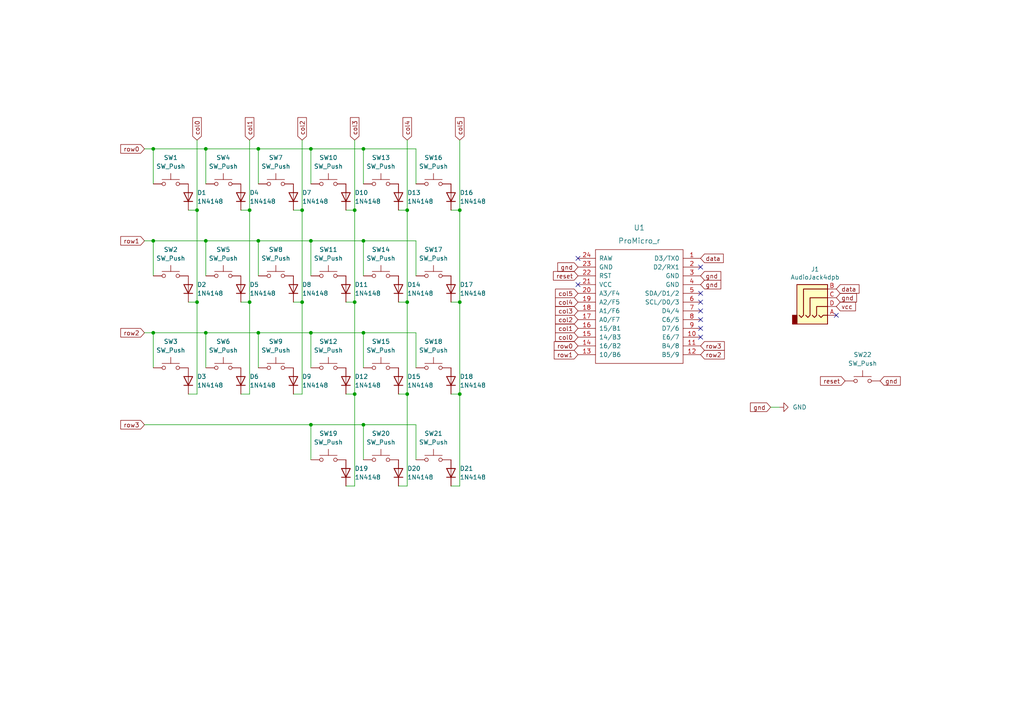
<source format=kicad_sch>
(kicad_sch (version 20211123) (generator eeschema)
  (paper "A4")
  (lib_symbols
    (symbol "Diode:1N4148" (pin_numbers hide) (pin_names (offset 1.016) hide)
      (property "Reference" "D" (at 0 2.54 0))
      (property "Value" "1N4148" (at 0 -2.54 0))
      (symbol "1N4148_0_1"
        (polyline (pts (xy -1.27 1.27) (xy -1.27 -1.27)) (stroke (width 0.254)))
        (polyline (pts (xy 1.27 0) (xy -1.27 0)))
        (polyline (pts (xy 1.27 1.27) (xy 1.27 -1.27) (xy -1.27 0) (xy 1.27 1.27)) (stroke (width 0.254)))
      )
      (symbol "1N4148_1_1"
        (pin passive line (at -3.81 0 0) (length 2.54) (name "K") (number "1"))
        (pin passive line (at 3.81 0 180) (length 2.54) (name "A") (number "2"))
      )
    )
    (symbol "Switch:SW_Push" (pin_numbers hide) (pin_names (offset 1.016) hide)
      (property "Reference" "SW" (at 1.27 2.54 0))
      (property "Value" "SW_Push" (at 0 -1.524 0))
      (symbol "SW_Push_0_1"
        (circle (center -2.032 0) (radius 0.508))
        (polyline (pts (xy 0 1.27) (xy 0 3.048)))
        (polyline (pts (xy 2.54 1.27) (xy -2.54 1.27)))
        (circle (center 2.032 0) (radius 0.508))
        (pin passive line (at -5.08 0 0) (length 2.54) (name "1") (number "1"))
        (pin passive line (at 5.08 0 180) (length 2.54) (name "2") (number "2"))
      )
    )
    (symbol "kbd:ProMicro_r" (pin_names (offset 1.016))
      (property "Reference" "U" (at 1.27 22.86 0))
      (property "Value" "ProMicro_r" (at 1.27 -15.24 0))
      (symbol "ProMicro_r_0_1"
        (rectangle (start 13.97 20.32) (end -11.43 -12.7))
      )
      (symbol "ProMicro_r_1_1"
        (pin bidirectional line (at 19.05 17.78 180) (length 5.08) (name "D3/TX0") (number "1"))
        (pin bidirectional line (at 19.05 -5.08 180) (length 5.08) (name "E6/7") (number "10"))
        (pin bidirectional line (at 19.05 -7.62 180) (length 5.08) (name "B4/8") (number "11"))
        (pin bidirectional line (at 19.05 -10.16 180) (length 5.08) (name "B5/9") (number "12"))
        (pin bidirectional line (at -16.51 -10.16 0) (length 5.08) (name "10/B6") (number "13"))
        (pin bidirectional line (at -16.51 -7.62 0) (length 5.08) (name "16/B2") (number "14"))
        (pin bidirectional line (at -16.51 -5.08 0) (length 5.08) (name "14/B3") (number "15"))
        (pin bidirectional line (at -16.51 -2.54 0) (length 5.08) (name "15/B1") (number "16"))
        (pin bidirectional line (at -16.51 0 0) (length 5.08) (name "A0/F7") (number "17"))
        (pin bidirectional line (at -16.51 2.54 0) (length 5.08) (name "A1/F6") (number "18"))
        (pin bidirectional line (at -16.51 5.08 0) (length 5.08) (name "A2/F5") (number "19"))
        (pin bidirectional line (at 19.05 15.24 180) (length 5.08) (name "D2/RX1") (number "2"))
        (pin bidirectional line (at -16.51 7.62 0) (length 5.08) (name "A3/F4") (number "20"))
        (pin power_in line (at -16.51 10.16 0) (length 5.08) (name "VCC") (number "21"))
        (pin input line (at -16.51 12.7 0) (length 5.08) (name "RST") (number "22"))
        (pin power_in line (at -16.51 15.24 0) (length 5.08) (name "GND") (number "23"))
        (pin power_out line (at -16.51 17.78 0) (length 5.08) (name "RAW") (number "24"))
        (pin power_in line (at 19.05 12.7 180) (length 5.08) (name "GND") (number "3"))
        (pin power_in line (at 19.05 10.16 180) (length 5.08) (name "GND") (number "4"))
        (pin bidirectional line (at 19.05 7.62 180) (length 5.08) (name "SDA/D1/2") (number "5"))
        (pin bidirectional line (at 19.05 5.08 180) (length 5.08) (name "SCL/D0/3") (number "6"))
        (pin bidirectional line (at 19.05 2.54 180) (length 5.08) (name "D4/4") (number "7"))
        (pin bidirectional line (at 19.05 0 180) (length 5.08) (name "C6/5") (number "8"))
        (pin bidirectional line (at 19.05 -2.54 180) (length 5.08) (name "D7/6") (number "9"))
      )
    )
    (symbol "power:GND" (power) (pin_names (offset 0))
      (property "Value" "GND" (at 0 -3.81 0))
      (symbol "GND_0_1"
        (polyline (pts (xy 0 0) (xy 0 -1.27) (xy 1.27 -1.27) (xy 0 -2.54) (xy -1.27 -1.27) (xy 0 -1.27)))
      )
      (symbol "GND_1_1"
        (pin power_in line (at 0 0 270) (length 0) hide (name "GND") (number "1"))
      )
    )
    (symbol "tokas_bp:AudioJack4dpb"
      (property "Reference" "J" (at 0 8.89 0))
      (property "Value" "tokas_bp_AudioJack4dpb" (at 0 6.35 0))
      (symbol "AudioJack4dpb_0_1"
        (rectangle (start -6.35 -5.08) (end -7.62 -7.62) (stroke (width 0.254)) (fill (type outline)))
        (polyline (pts (xy 0 -5.08) (xy 0.635 -5.715) (xy 1.27 -5.08) (xy 2.54 -5.08)) (stroke (width 0.254)))
        (polyline (pts (xy -5.715 -5.08) (xy -5.08 -5.715) (xy -4.445 -5.08) (xy -4.445 2.54) (xy 2.54 2.54)) (stroke (width 0.254)))
        (polyline (pts (xy -1.905 -5.08) (xy -1.27 -5.715) (xy -0.635 -5.08) (xy -0.635 -2.54) (xy 2.54 -2.54)) (stroke (width 0.254)))
        (polyline (pts (xy 2.54 0) (xy -2.54 0) (xy -2.54 -5.08) (xy -3.175 -5.715) (xy -3.81 -5.08)) (stroke (width 0.254)))
        (rectangle (start 2.54 3.81) (end -6.35 -7.62) (stroke (width 0.254)) (fill (type background)))
      )
      (symbol "AudioJack4dpb_1_1"
        (pin passive line (at 5.08 -5.08 180) (length 2.54) (name "~") (number "A"))
        (pin passive line (at 5.08 2.54 180) (length 2.54) (name "~") (number "B"))
        (pin passive line (at 5.08 0 180) (length 2.54) (name "~") (number "C"))
        (pin passive line (at 5.08 -2.54 180) (length 2.54) (name "~") (number "D"))
      )
    )
  )
  (junction (at 72.39 87.63))
  (junction (at 74.93 96.52))
  (junction (at 87.63 87.63))
  (junction (at 74.93 43.18))
  (junction (at 59.69 69.85))
  (junction (at 57.15 60.96))
  (junction (at 118.11 60.96))
  (junction (at 59.69 43.18))
  (junction (at 44.45 96.52))
  (junction (at 118.11 87.63))
  (junction (at 90.17 123.19))
  (junction (at 105.41 69.85))
  (junction (at 105.41 43.18))
  (junction (at 133.35 60.96))
  (junction (at 118.11 114.3))
  (junction (at 87.63 60.96))
  (junction (at 44.45 69.85))
  (junction (at 90.17 43.18))
  (junction (at 44.45 43.18))
  (junction (at 72.39 60.96))
  (junction (at 90.17 96.52))
  (junction (at 59.69 96.52))
  (junction (at 133.35 87.63))
  (junction (at 90.17 69.85))
  (junction (at 102.87 87.63))
  (junction (at 105.41 123.19))
  (junction (at 74.93 69.85))
  (junction (at 105.41 96.52))
  (junction (at 102.87 114.3))
  (junction (at 133.35 114.3))
  (junction (at 102.87 60.96))
  (junction (at 57.15 87.63))
  (no_connect (at 203.2 95.25))
  (no_connect (at 203.2 97.79))
  (no_connect (at 203.2 77.47))
  (no_connect (at 242.57 91.44))
  (no_connect (at 203.2 85.09))
  (no_connect (at 203.2 87.63))
  (no_connect (at 203.2 90.17))
  (no_connect (at 203.2 92.71))
  (no_connect (at 167.64 74.93))
  (no_connect (at 167.64 82.55))
  (wire (pts (xy 74.93 96.52) (xy 90.17 96.52)))
  (wire (pts (xy 90.17 133.35) (xy 90.17 123.19)))
  (wire (pts (xy 87.63 40.64) (xy 87.63 60.96)))
  (wire (pts (xy 41.91 96.52) (xy 44.45 96.52)))
  (wire (pts (xy 120.65 69.85) (xy 120.65 80.01)))
  (wire (pts (xy 59.69 43.18) (xy 74.93 43.18)))
  (wire (pts (xy 102.87 40.64) (xy 102.87 60.96)))
  (wire (pts (xy 74.93 43.18) (xy 90.17 43.18)))
  (wire (pts (xy 120.65 123.19) (xy 120.65 133.35)))
  (wire (pts (xy 85.09 114.3) (xy 87.63 114.3)))
  (wire (pts (xy 41.91 123.19) (xy 90.17 123.19)))
  (wire (pts (xy 133.35 140.97) (xy 130.81 140.97)))
  (wire (pts (xy 72.39 60.96) (xy 72.39 87.63)))
  (wire (pts (xy 118.11 140.97) (xy 115.57 140.97)))
  (wire (pts (xy 102.87 114.3) (xy 102.87 87.63)))
  (wire (pts (xy 102.87 60.96) (xy 100.33 60.96)))
  (wire (pts (xy 100.33 140.97) (xy 102.87 140.97)))
  (wire (pts (xy 44.45 69.85) (xy 59.69 69.85)))
  (wire (pts (xy 118.11 114.3) (xy 118.11 140.97)))
  (wire (pts (xy 57.15 114.3) (xy 57.15 87.63)))
  (wire (pts (xy 90.17 96.52) (xy 105.41 96.52)))
  (wire (pts (xy 57.15 87.63) (xy 57.15 60.96)))
  (wire (pts (xy 115.57 60.96) (xy 118.11 60.96)))
  (wire (pts (xy 87.63 114.3) (xy 87.63 87.63)))
  (wire (pts (xy 44.45 53.34) (xy 44.45 43.18)))
  (wire (pts (xy 69.85 60.96) (xy 72.39 60.96)))
  (wire (pts (xy 59.69 43.18) (xy 59.69 53.34)))
  (wire (pts (xy 90.17 69.85) (xy 105.41 69.85)))
  (wire (pts (xy 87.63 87.63) (xy 87.63 60.96)))
  (wire (pts (xy 120.65 53.34) (xy 120.65 43.18)))
  (wire (pts (xy 118.11 87.63) (xy 118.11 114.3)))
  (wire (pts (xy 57.15 87.63) (xy 54.61 87.63)))
  (wire (pts (xy 59.69 69.85) (xy 74.93 69.85)))
  (wire (pts (xy 102.87 114.3) (xy 100.33 114.3)))
  (wire (pts (xy 118.11 114.3) (xy 115.57 114.3)))
  (wire (pts (xy 74.93 96.52) (xy 74.93 106.68)))
  (wire (pts (xy 118.11 40.64) (xy 118.11 60.96)))
  (wire (pts (xy 44.45 43.18) (xy 59.69 43.18)))
  (wire (pts (xy 90.17 69.85) (xy 90.17 80.01)))
  (wire (pts (xy 44.45 96.52) (xy 59.69 96.52)))
  (wire (pts (xy 102.87 87.63) (xy 100.33 87.63)))
  (wire (pts (xy 90.17 43.18) (xy 105.41 43.18)))
  (wire (pts (xy 41.91 43.18) (xy 44.45 43.18)))
  (wire (pts (xy 120.65 96.52) (xy 105.41 96.52)))
  (wire (pts (xy 90.17 96.52) (xy 90.17 106.68)))
  (wire (pts (xy 87.63 60.96) (xy 85.09 60.96)))
  (wire (pts (xy 105.41 43.18) (xy 105.41 53.34)))
  (wire (pts (xy 133.35 87.63) (xy 130.81 87.63)))
  (wire (pts (xy 90.17 43.18) (xy 90.17 53.34)))
  (wire (pts (xy 72.39 87.63) (xy 72.39 114.3)))
  (wire (pts (xy 74.93 43.18) (xy 74.93 53.34)))
  (wire (pts (xy 72.39 114.3) (xy 69.85 114.3)))
  (wire (pts (xy 133.35 87.63) (xy 133.35 114.3)))
  (wire (pts (xy 59.69 96.52) (xy 74.93 96.52)))
  (wire (pts (xy 59.69 96.52) (xy 59.69 106.68)))
  (wire (pts (xy 133.35 114.3) (xy 133.35 140.97)))
  (wire (pts (xy 120.65 43.18) (xy 105.41 43.18)))
  (wire (pts (xy 59.69 69.85) (xy 59.69 80.01)))
  (wire (pts (xy 118.11 87.63) (xy 115.57 87.63)))
  (wire (pts (xy 44.45 80.01) (xy 44.45 69.85)))
  (wire (pts (xy 133.35 60.96) (xy 133.35 87.63)))
  (wire (pts (xy 105.41 69.85) (xy 105.41 80.01)))
  (wire (pts (xy 87.63 87.63) (xy 85.09 87.63)))
  (wire (pts (xy 223.52 118.11) (xy 226.06 118.11)))
  (wire (pts (xy 72.39 40.64) (xy 72.39 60.96)))
  (wire (pts (xy 118.11 60.96) (xy 118.11 87.63)))
  (wire (pts (xy 44.45 106.68) (xy 44.45 96.52)))
  (wire (pts (xy 74.93 69.85) (xy 74.93 80.01)))
  (wire (pts (xy 102.87 140.97) (xy 102.87 114.3)))
  (wire (pts (xy 102.87 87.63) (xy 102.87 60.96)))
  (wire (pts (xy 105.41 69.85) (xy 120.65 69.85)))
  (wire (pts (xy 133.35 40.64) (xy 133.35 60.96)))
  (wire (pts (xy 105.41 123.19) (xy 120.65 123.19)))
  (wire (pts (xy 133.35 114.3) (xy 130.81 114.3)))
  (wire (pts (xy 57.15 60.96) (xy 54.61 60.96)))
  (wire (pts (xy 105.41 96.52) (xy 105.41 106.68)))
  (wire (pts (xy 41.91 69.85) (xy 44.45 69.85)))
  (wire (pts (xy 72.39 87.63) (xy 69.85 87.63)))
  (wire (pts (xy 105.41 123.19) (xy 105.41 133.35)))
  (wire (pts (xy 74.93 69.85) (xy 90.17 69.85)))
  (wire (pts (xy 130.81 60.96) (xy 133.35 60.96)))
  (wire (pts (xy 54.61 114.3) (xy 57.15 114.3)))
  (wire (pts (xy 57.15 40.64) (xy 57.15 60.96)))
  (wire (pts (xy 120.65 106.68) (xy 120.65 96.52)))
  (wire (pts (xy 90.17 123.19) (xy 105.41 123.19)))
  (global_label "row2" (shape input) (at 41.91 96.52 180) (property "Intersheet References" "${INTERSHEET_REFS}" (effects hide)))
  (global_label "col3" (shape input) (at 102.87 40.64 90) (property "Intersheet References" "${INTERSHEET_REFS}" (effects hide)))
  (global_label "col4" (shape input) (at 118.11 40.64 90) (property "Intersheet References" "${INTERSHEET_REFS}" (effects hide)))
  (global_label "gnd" (shape input) (at 242.57 86.36 0) (property "Intersheet References" "${INTERSHEET_REFS}" (effects hide)))
  (global_label "row2" (shape input) (at 203.2 102.87 0) (property "Intersheet References" "${INTERSHEET_REFS}" (effects hide)))
  (global_label "col0" (shape input) (at 167.64 97.79 180) (property "Intersheet References" "${INTERSHEET_REFS}" (effects hide)))
  (global_label "col5" (shape input) (at 167.64 85.09 180) (property "Intersheet References" "${INTERSHEET_REFS}" (effects hide)))
  (global_label "reset" (shape input) (at 167.64 80.01 180) (property "Intersheet References" "${INTERSHEET_REFS}" (effects hide)))
  (global_label "data" (shape input) (at 203.2 74.93 0) (property "Intersheet References" "${INTERSHEET_REFS}" (effects hide)))
  (global_label "gnd" (shape input) (at 223.52 118.11 180) (property "Intersheet References" "${INTERSHEET_REFS}" (effects hide)))
  (global_label "col1" (shape input) (at 72.39 40.64 90) (property "Intersheet References" "${INTERSHEET_REFS}" (effects hide)))
  (global_label "row3" (shape input) (at 41.91 123.19 180) (property "Intersheet References" "${INTERSHEET_REFS}" (effects hide)))
  (global_label "row1" (shape input) (at 167.64 102.87 180) (property "Intersheet References" "${INTERSHEET_REFS}" (effects hide)))
  (global_label "col2" (shape input) (at 87.63 40.64 90) (property "Intersheet References" "${INTERSHEET_REFS}" (effects hide)))
  (global_label "row0" (shape input) (at 41.91 43.18 180) (property "Intersheet References" "${INTERSHEET_REFS}" (effects hide)))
  (global_label "col0" (shape input) (at 57.15 40.64 90) (property "Intersheet References" "${INTERSHEET_REFS}" (effects hide)))
  (global_label "col4" (shape input) (at 167.64 87.63 180) (property "Intersheet References" "${INTERSHEET_REFS}" (effects hide)))
  (global_label "data" (shape input) (at 242.57 83.82 0) (property "Intersheet References" "${INTERSHEET_REFS}" (effects hide)))
  (global_label "gnd" (shape input) (at 167.64 77.47 180) (property "Intersheet References" "${INTERSHEET_REFS}" (effects hide)))
  (global_label "col3" (shape input) (at 167.64 90.17 180) (property "Intersheet References" "${INTERSHEET_REFS}" (effects hide)))
  (global_label "reset" (shape input) (at 245.11 110.49 180) (property "Intersheet References" "${INTERSHEET_REFS}" (effects hide)))
  (global_label "col2" (shape input) (at 167.64 92.71 180) (property "Intersheet References" "${INTERSHEET_REFS}" (effects hide)))
  (global_label "gnd" (shape input) (at 203.2 80.01 0) (property "Intersheet References" "${INTERSHEET_REFS}" (effects hide)))
  (global_label "gnd" (shape input) (at 203.2 82.55 0) (property "Intersheet References" "${INTERSHEET_REFS}" (effects hide)))
  (global_label "col1" (shape input) (at 167.64 95.25 180) (property "Intersheet References" "${INTERSHEET_REFS}" (effects hide)))
  (global_label "row1" (shape input) (at 41.91 69.85 180) (property "Intersheet References" "${INTERSHEET_REFS}" (effects hide)))
  (global_label "vcc" (shape input) (at 242.57 88.9 0) (property "Intersheet References" "${INTERSHEET_REFS}" (effects hide)))
  (global_label "row0" (shape input) (at 167.64 100.33 180) (property "Intersheet References" "${INTERSHEET_REFS}" (effects hide)))
  (global_label "gnd" (shape input) (at 255.27 110.49 0) (property "Intersheet References" "${INTERSHEET_REFS}" (effects hide)))
  (global_label "col5" (shape input) (at 133.35 40.64 90) (property "Intersheet References" "${INTERSHEET_REFS}" (effects hide)))
  (global_label "row3" (shape input) (at 203.2 100.33 0) (property "Intersheet References" "${INTERSHEET_REFS}" (effects hide)))
  (symbol (lib_id "Switch:SW_Push") (at 80.01 80.01 0) (unit 1)
    (property "Reference" "SW8" (at 80.01 72.39 0))
    (property "Value" "SW_Push" (at 80.01 74.93 0))
    (property "Footprint" "smores:choc-switch-socket-only" (effects hide))
  )
  (symbol (lib_id "Diode:1N4148") (at 115.57 83.82 90) (unit 1)
    (property "Reference" "D14" (at 118.11 82.5499 90) (effects (justify right)))
    (property "Value" "1N4148" (at 118.11 85.0899 90) (effects (justify right)))
    (property "Footprint" "smores:smd-diode-double-sided" (effects hide))
    (property "Datasheet" "https://assets.nexperia.com/documents/data-sheet/1N4148_1N4448.pdf" (effects hide))
  )
  (symbol (lib_id "Diode:1N4148") (at 54.61 83.82 90) (unit 1)
    (property "Reference" "D2" (at 57.15 82.5499 90) (effects (justify right)))
    (property "Value" "1N4148" (at 57.15 85.0899 90) (effects (justify right)))
    (property "Footprint" "smores:smd-diode-double-sided" (effects hide))
    (property "Datasheet" "https://assets.nexperia.com/documents/data-sheet/1N4148_1N4448.pdf" (effects hide))
  )
  (symbol (lib_id "tokas_bp:AudioJack4dpb") (at 237.49 86.36 0) (unit 1)
    (property "Reference" "J1" (at 236.3978 78.105 0))
    (property "Value" "AudioJack4dpb" (at 236.3978 80.4164 0))
    (property "Footprint" "smores:trrs" (effects hide))
  )
  (symbol (lib_id "Diode:1N4148") (at 100.33 83.82 90) (unit 1)
    (property "Reference" "D11" (at 102.87 82.5499 90) (effects (justify right)))
    (property "Value" "1N4148" (at 102.87 85.0899 90) (effects (justify right)))
    (property "Footprint" "smores:smd-diode-double-sided" (effects hide))
    (property "Datasheet" "https://assets.nexperia.com/documents/data-sheet/1N4148_1N4448.pdf" (effects hide))
  )
  (symbol (lib_id "Switch:SW_Push") (at 95.25 106.68 0) (unit 1)
    (property "Reference" "SW12" (at 95.25 99.06 0))
    (property "Value" "SW_Push" (at 95.25 101.6 0))
    (property "Footprint" "smores:choc-switch-socket-only" (effects hide))
  )
  (symbol (lib_id "Diode:1N4148") (at 130.81 110.49 90) (unit 1)
    (property "Reference" "D18" (at 133.35 109.2199 90) (effects (justify right)))
    (property "Value" "1N4148" (at 133.35 111.7599 90) (effects (justify right)))
    (property "Footprint" "smores:smd-diode-double-sided" (effects hide))
    (property "Datasheet" "https://assets.nexperia.com/documents/data-sheet/1N4148_1N4448.pdf" (effects hide))
  )
  (symbol (lib_id "Switch:SW_Push") (at 110.49 106.68 0) (unit 1)
    (property "Reference" "SW15" (at 110.49 99.06 0))
    (property "Value" "SW_Push" (at 110.49 101.6 0))
    (property "Footprint" "smores:choc-switch-socket-only" (effects hide))
  )
  (symbol (lib_id "Switch:SW_Push") (at 125.73 53.34 0) (unit 1)
    (property "Reference" "SW16" (at 125.73 45.72 0))
    (property "Value" "SW_Push" (at 125.73 48.26 0))
    (property "Footprint" "smores:choc-switch-socket-only" (effects hide))
  )
  (symbol (lib_id "Diode:1N4148") (at 85.09 57.15 90) (unit 1)
    (property "Reference" "D7" (at 87.63 55.8799 90) (effects (justify right)))
    (property "Value" "1N4148" (at 87.63 58.4199 90) (effects (justify right)))
    (property "Footprint" "smores:smd-diode-double-sided" (effects hide))
    (property "Datasheet" "https://assets.nexperia.com/documents/data-sheet/1N4148_1N4448.pdf" (effects hide))
  )
  (symbol (lib_id "kbd:ProMicro_r") (at 184.15 92.71 0) (unit 1)
    (property "Reference" "U1" (at 185.42 66.04 0) (effects (font (size 1.524 1.524))))
    (property "Value" "ProMicro_r" (at 185.42 69.85 0) (effects (font (size 1.524 1.524))))
    (property "Footprint" "smores:pro-micro-reversible" (effects hide))
  )
  (symbol (lib_id "Diode:1N4148") (at 115.57 110.49 90) (unit 1)
    (property "Reference" "D15" (at 118.11 109.2199 90) (effects (justify right)))
    (property "Value" "1N4148" (at 118.11 111.7599 90) (effects (justify right)))
    (property "Footprint" "smores:smd-diode-double-sided" (effects hide))
    (property "Datasheet" "https://assets.nexperia.com/documents/data-sheet/1N4148_1N4448.pdf" (effects hide))
  )
  (symbol (lib_id "Diode:1N4148") (at 69.85 57.15 90) (unit 1)
    (property "Reference" "D4" (at 72.39 55.8799 90) (effects (justify right)))
    (property "Value" "1N4148" (at 72.39 58.4199 90) (effects (justify right)))
    (property "Footprint" "smores:smd-diode-double-sided" (effects hide))
    (property "Datasheet" "https://assets.nexperia.com/documents/data-sheet/1N4148_1N4448.pdf" (effects hide))
  )
  (symbol (lib_id "Diode:1N4148") (at 130.81 137.16 90) (unit 1)
    (property "Reference" "D21" (at 133.35 135.8899 90) (effects (justify right)))
    (property "Value" "1N4148" (at 133.35 138.4299 90) (effects (justify right)))
    (property "Footprint" "smores:smd-diode-double-sided" (effects hide))
    (property "Datasheet" "https://assets.nexperia.com/documents/data-sheet/1N4148_1N4448.pdf" (effects hide))
  )
  (symbol (lib_id "Switch:SW_Push") (at 64.77 106.68 0) (unit 1)
    (property "Reference" "SW6" (at 64.77 99.06 0))
    (property "Value" "SW_Push" (at 64.77 101.6 0))
    (property "Footprint" "smores:choc-switch-socket-only" (effects hide))
  )
  (symbol (lib_id "Switch:SW_Push") (at 250.19 110.49 0) (unit 1)
    (property "Reference" "SW22" (at 250.19 102.87 0))
    (property "Value" "SW_Push" (at 250.19 105.41 0))
    (property "Footprint" "smores:reset-switch" (effects hide))
  )
  (symbol (lib_id "Switch:SW_Push") (at 125.73 80.01 0) (unit 1)
    (property "Reference" "SW17" (at 125.73 72.39 0))
    (property "Value" "SW_Push" (at 125.73 74.93 0))
    (property "Footprint" "smores:choc-switch-socket-only" (effects hide))
  )
  (symbol (lib_id "power:GND") (at 226.06 118.11 90) (unit 1)
    (property "Reference" "#PWR0101" (effects hide))
    (property "Value" "GND" (at 229.87 118.1099 90) (effects (justify right)))
  )
  (symbol (lib_id "Diode:1N4148") (at 115.57 137.16 90) (unit 1)
    (property "Reference" "D20" (at 118.11 135.8899 90) (effects (justify right)))
    (property "Value" "1N4148" (at 118.11 138.4299 90) (effects (justify right)))
    (property "Footprint" "smores:smd-diode-double-sided" (effects hide))
    (property "Datasheet" "https://assets.nexperia.com/documents/data-sheet/1N4148_1N4448.pdf" (effects hide))
  )
  (symbol (lib_id "Diode:1N4148") (at 85.09 110.49 90) (unit 1)
    (property "Reference" "D9" (at 87.63 109.2199 90) (effects (justify right)))
    (property "Value" "1N4148" (at 87.63 111.7599 90) (effects (justify right)))
    (property "Footprint" "smores:smd-diode-double-sided" (effects hide))
    (property "Datasheet" "https://assets.nexperia.com/documents/data-sheet/1N4148_1N4448.pdf" (effects hide))
  )
  (symbol (lib_id "Switch:SW_Push") (at 49.53 53.34 0) (unit 1)
    (property "Reference" "SW1" (at 49.53 45.72 0))
    (property "Value" "SW_Push" (at 49.53 48.26 0))
    (property "Footprint" "smores:choc-switch-socket-only" (effects hide))
  )
  (symbol (lib_id "Switch:SW_Push") (at 110.49 133.35 0) (unit 1)
    (property "Reference" "SW20" (at 110.49 125.73 0))
    (property "Value" "SW_Push" (at 110.49 128.27 0))
    (property "Footprint" "smores:choc-switch-socket-only" (effects hide))
  )
  (symbol (lib_id "Diode:1N4148") (at 69.85 83.82 90) (unit 1)
    (property "Reference" "D5" (at 72.39 82.5499 90) (effects (justify right)))
    (property "Value" "1N4148" (at 72.39 85.0899 90) (effects (justify right)))
    (property "Footprint" "smores:smd-diode-double-sided" (effects hide))
    (property "Datasheet" "https://assets.nexperia.com/documents/data-sheet/1N4148_1N4448.pdf" (effects hide))
  )
  (symbol (lib_id "Diode:1N4148") (at 69.85 110.49 90) (unit 1)
    (property "Reference" "D6" (at 72.39 109.2199 90) (effects (justify right)))
    (property "Value" "1N4148" (at 72.39 111.7599 90) (effects (justify right)))
    (property "Footprint" "smores:smd-diode-double-sided" (effects hide))
    (property "Datasheet" "https://assets.nexperia.com/documents/data-sheet/1N4148_1N4448.pdf" (effects hide))
  )
  (symbol (lib_id "Diode:1N4148") (at 130.81 57.15 90) (unit 1)
    (property "Reference" "D16" (at 133.35 55.8799 90) (effects (justify right)))
    (property "Value" "1N4148" (at 133.35 58.4199 90) (effects (justify right)))
    (property "Footprint" "smores:smd-diode-double-sided" (effects hide))
    (property "Datasheet" "https://assets.nexperia.com/documents/data-sheet/1N4148_1N4448.pdf" (effects hide))
  )
  (symbol (lib_id "Switch:SW_Push") (at 125.73 106.68 0) (unit 1)
    (property "Reference" "SW18" (at 125.73 99.06 0))
    (property "Value" "SW_Push" (at 125.73 101.6 0))
    (property "Footprint" "smores:choc-switch-socket-only" (effects hide))
  )
  (symbol (lib_id "Diode:1N4148") (at 100.33 110.49 90) (unit 1)
    (property "Reference" "D12" (at 102.87 109.2199 90) (effects (justify right)))
    (property "Value" "1N4148" (at 102.87 111.7599 90) (effects (justify right)))
    (property "Footprint" "smores:smd-diode-double-sided" (effects hide))
    (property "Datasheet" "https://assets.nexperia.com/documents/data-sheet/1N4148_1N4448.pdf" (effects hide))
  )
  (symbol (lib_id "Switch:SW_Push") (at 125.73 133.35 0) (unit 1)
    (property "Reference" "SW21" (at 125.73 125.73 0))
    (property "Value" "SW_Push" (at 125.73 128.27 0))
    (property "Footprint" "smores:choc-switch-socket-only" (effects hide))
  )
  (symbol (lib_id "Diode:1N4148") (at 100.33 137.16 90) (unit 1)
    (property "Reference" "D19" (at 102.87 135.8899 90) (effects (justify right)))
    (property "Value" "1N4148" (at 102.87 138.4299 90) (effects (justify right)))
    (property "Footprint" "smores:smd-diode-double-sided" (effects hide))
    (property "Datasheet" "https://assets.nexperia.com/documents/data-sheet/1N4148_1N4448.pdf" (effects hide))
  )
  (symbol (lib_id "Switch:SW_Push") (at 80.01 106.68 0) (unit 1)
    (property "Reference" "SW9" (at 80.01 99.06 0))
    (property "Value" "SW_Push" (at 80.01 101.6 0))
    (property "Footprint" "smores:choc-switch-socket-only" (effects hide))
  )
  (symbol (lib_id "Switch:SW_Push") (at 95.25 80.01 0) (unit 1)
    (property "Reference" "SW11" (at 95.25 72.39 0))
    (property "Value" "SW_Push" (at 95.25 74.93 0))
    (property "Footprint" "smores:choc-switch-socket-only" (effects hide))
  )
  (symbol (lib_id "Switch:SW_Push") (at 110.49 80.01 0) (unit 1)
    (property "Reference" "SW14" (at 110.49 72.39 0))
    (property "Value" "SW_Push" (at 110.49 74.93 0))
    (property "Footprint" "smores:choc-switch-socket-only" (effects hide))
  )
  (symbol (lib_id "Switch:SW_Push") (at 110.49 53.34 0) (unit 1)
    (property "Reference" "SW13" (at 110.49 45.72 0))
    (property "Value" "SW_Push" (at 110.49 48.26 0))
    (property "Footprint" "smores:choc-switch-socket-only" (effects hide))
  )
  (symbol (lib_id "Diode:1N4148") (at 54.61 110.49 90) (unit 1)
    (property "Reference" "D3" (at 57.15 109.2199 90) (effects (justify right)))
    (property "Value" "1N4148" (at 57.15 111.7599 90) (effects (justify right)))
    (property "Footprint" "smores:smd-diode-double-sided" (effects hide))
    (property "Datasheet" "https://assets.nexperia.com/documents/data-sheet/1N4148_1N4448.pdf" (effects hide))
  )
  (symbol (lib_id "Diode:1N4148") (at 54.61 57.15 90) (unit 1)
    (property "Reference" "D1" (at 57.15 55.8799 90) (effects (justify right)))
    (property "Value" "1N4148" (at 57.15 58.4199 90) (effects (justify right)))
    (property "Footprint" "smores:smd-diode-double-sided" (effects hide))
    (property "Datasheet" "https://assets.nexperia.com/documents/data-sheet/1N4148_1N4448.pdf" (effects hide))
  )
  (symbol (lib_id "Switch:SW_Push") (at 49.53 106.68 0) (unit 1)
    (property "Reference" "SW3" (at 49.53 99.06 0))
    (property "Value" "SW_Push" (at 49.53 101.6 0))
    (property "Footprint" "smores:choc-switch-socket-only" (effects hide))
  )
  (symbol (lib_id "Switch:SW_Push") (at 49.53 80.01 0) (unit 1)
    (property "Reference" "SW2" (at 49.53 72.39 0))
    (property "Value" "SW_Push" (at 49.53 74.93 0))
    (property "Footprint" "smores:choc-switch-socket-only" (effects hide))
  )
  (symbol (lib_id "Diode:1N4148") (at 130.81 83.82 90) (unit 1)
    (property "Reference" "D17" (at 133.35 82.5499 90) (effects (justify right)))
    (property "Value" "1N4148" (at 133.35 85.0899 90) (effects (justify right)))
    (property "Footprint" "smores:smd-diode-double-sided" (effects hide))
    (property "Datasheet" "https://assets.nexperia.com/documents/data-sheet/1N4148_1N4448.pdf" (effects hide))
  )
  (symbol (lib_id "Diode:1N4148") (at 85.09 83.82 90) (unit 1)
    (property "Reference" "D8" (at 87.63 82.5499 90) (effects (justify right)))
    (property "Value" "1N4148" (at 87.63 85.0899 90) (effects (justify right)))
    (property "Footprint" "smores:smd-diode-double-sided" (effects hide))
    (property "Datasheet" "https://assets.nexperia.com/documents/data-sheet/1N4148_1N4448.pdf" (effects hide))
  )
  (symbol (lib_id "Switch:SW_Push") (at 64.77 53.34 0) (unit 1)
    (property "Reference" "SW4" (at 64.77 45.72 0))
    (property "Value" "SW_Push" (at 64.77 48.26 0))
    (property "Footprint" "smores:choc-switch-socket-only" (effects hide))
  )
  (symbol (lib_id "Switch:SW_Push") (at 80.01 53.34 0) (unit 1)
    (property "Reference" "SW7" (at 80.01 45.72 0))
    (property "Value" "SW_Push" (at 80.01 48.26 0))
    (property "Footprint" "smores:choc-switch-socket-only" (effects hide))
  )
  (symbol (lib_id "Switch:SW_Push") (at 95.25 53.34 0) (unit 1)
    (property "Reference" "SW10" (at 95.25 45.72 0))
    (property "Value" "SW_Push" (at 95.25 48.26 0))
    (property "Footprint" "smores:choc-switch-socket-only" (effects hide))
  )
  (symbol (lib_id "Switch:SW_Push") (at 64.77 80.01 0) (unit 1)
    (property "Reference" "SW5" (at 64.77 72.39 0))
    (property "Value" "SW_Push" (at 64.77 74.93 0))
    (property "Footprint" "smores:choc-switch-socket-only" (effects hide))
  )
  (symbol (lib_id "Diode:1N4148") (at 115.57 57.15 90) (unit 1)
    (property "Reference" "D13" (at 118.11 55.8799 90) (effects (justify right)))
    (property "Value" "1N4148" (at 118.11 58.4199 90) (effects (justify right)))
    (property "Footprint" "smores:smd-diode-double-sided" (effects hide))
    (property "Datasheet" "https://assets.nexperia.com/documents/data-sheet/1N4148_1N4448.pdf" (effects hide))
  )
  (symbol (lib_id "Diode:1N4148") (at 100.33 57.15 90) (unit 1)
    (property "Reference" "D10" (at 102.87 55.8799 90) (effects (justify right)))
    (property "Value" "1N4148" (at 102.87 58.4199 90) (effects (justify right)))
    (property "Footprint" "smores:smd-diode-double-sided" (effects hide))
    (property "Datasheet" "https://assets.nexperia.com/documents/data-sheet/1N4148_1N4448.pdf" (effects hide))
  )
  (symbol (lib_id "Switch:SW_Push") (at 95.25 133.35 0) (unit 1)
    (property "Reference" "SW19" (at 95.25 125.73 0))
    (property "Value" "SW_Push" (at 95.25 128.27 0))
    (property "Footprint" "smores:choc-switch-socket-only" (effects hide))
  )
)
</source>
